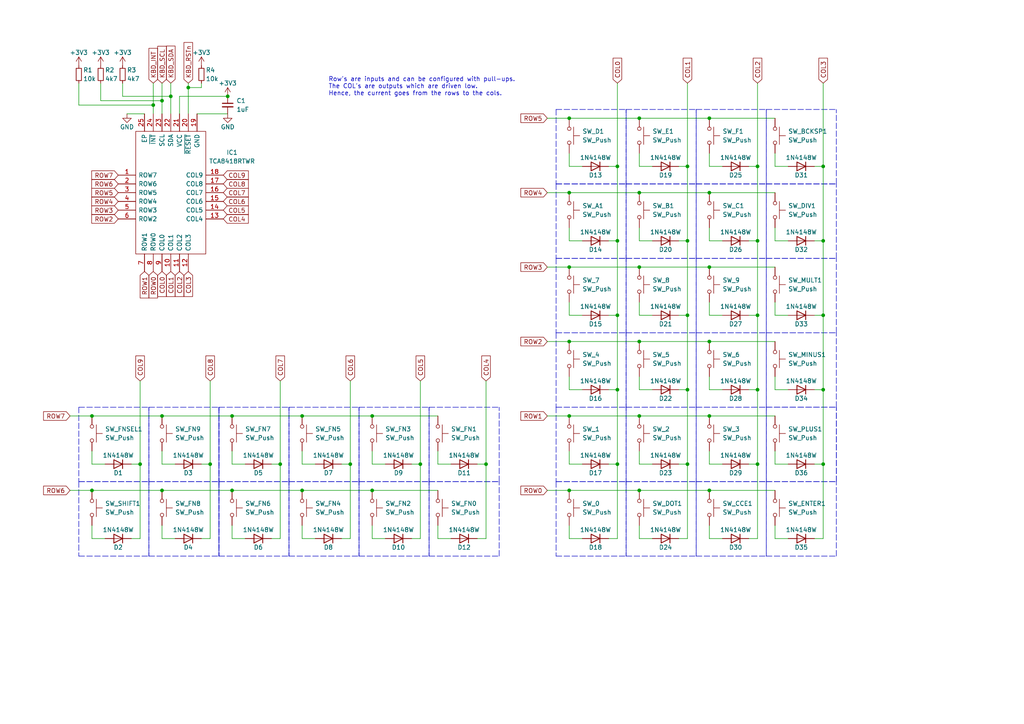
<source format=kicad_sch>
(kicad_sch (version 20211123) (generator eeschema)
  (paper "A4")
  (lib_symbols
    (symbol "Device:C_Small" (pin_numbers hide) (pin_names (offset 0.254) hide)
      (property "Reference" "C" (at 0.254 1.778 0))
      (property "Value" "C_Small" (at 0.254 -2.032 0))
      (symbol "C_Small_1_1"
        (pin passive line (at 0 2.54 270) (length 2.032) (name "~") (number "1"))
        (pin passive line (at 0 -2.54 90) (length 2.032) (name "~") (number "2"))
      )
    )
    (symbol "Device:R_Small" (pin_numbers hide) (pin_names (offset 0.254) hide)
      (property "Reference" "R" (at 0.762 0.508 0))
      (property "Value" "R_Small" (at 0.762 -1.016 0))
      (symbol "R_Small_1_1"
        (pin passive line (at 0 2.54 270) (length 0.762) (name "~") (number "1"))
        (pin passive line (at 0 -2.54 90) (length 0.762) (name "~") (number "2"))
      )
    )
    (symbol "Diode:1N4148W" (pin_numbers hide) (pin_names (offset 1.016) hide)
      (property "Reference" "D" (at 0 2.54 0))
      (property "Value" "1N4148W" (at 0 -2.54 0))
      (symbol "1N4148W_1_1"
        (pin passive line (at -3.81 0 0) (length 2.54) (name "K") (number "1"))
        (pin passive line (at 3.81 0 180) (length 2.54) (name "A") (number "2"))
      )
    )
    (symbol "SamacSys_Parts:TCA8418RTWR" (pin_names (offset 0.762))
      (property "Reference" "IC" (at 26.67 17.78 0))
      (property "Value" "TCA8418RTWR" (at 26.67 15.24 0))
      (symbol "TCA8418RTWR_0_0"
        (pin passive line (at 0 0 0) (length 5.08) (name "ROW7") (number "1"))
        (pin passive line (at 15.24 -27.94 90) (length 5.08) (name "COL1") (number "10"))
        (pin passive line (at 17.78 -27.94 90) (length 5.08) (name "COL2") (number "11"))
        (pin passive line (at 20.32 -27.94 90) (length 5.08) (name "COL3") (number "12"))
        (pin passive line (at 30.48 -12.7 180) (length 5.08) (name "COL4") (number "13"))
        (pin passive line (at 30.48 -10.16 180) (length 5.08) (name "COL5") (number "14"))
        (pin passive line (at 30.48 -7.62 180) (length 5.08) (name "COL6") (number "15"))
        (pin passive line (at 30.48 -5.08 180) (length 5.08) (name "COL7") (number "16"))
        (pin passive line (at 30.48 -2.54 180) (length 5.08) (name "COL8") (number "17"))
        (pin passive line (at 30.48 0 180) (length 5.08) (name "COL9") (number "18"))
        (pin passive line (at 22.86 17.78 270) (length 5.08) (name "GND") (number "19"))
        (pin passive line (at 0 -2.54 0) (length 5.08) (name "ROW6") (number "2"))
        (pin passive line (at 20.32 17.78 270) (length 5.08) (name "~{RESET}") (number "20"))
        (pin passive line (at 17.78 17.78 270) (length 5.08) (name "VCC") (number "21"))
        (pin passive line (at 15.24 17.78 270) (length 5.08) (name "SDA") (number "22"))
        (pin passive line (at 12.7 17.78 270) (length 5.08) (name "SCL") (number "23"))
        (pin passive line (at 10.16 17.78 270) (length 5.08) (name "~{INT}") (number "24"))
        (pin passive line (at 7.62 17.78 270) (length 5.08) (name "EP") (number "25"))
        (pin passive line (at 0 -5.08 0) (length 5.08) (name "ROW5") (number "3"))
        (pin passive line (at 0 -7.62 0) (length 5.08) (name "ROW4") (number "4"))
        (pin passive line (at 0 -10.16 0) (length 5.08) (name "ROW3") (number "5"))
        (pin passive line (at 0 -12.7 0) (length 5.08) (name "ROW2") (number "6"))
        (pin passive line (at 7.62 -27.94 90) (length 5.08) (name "ROW1") (number "7"))
        (pin passive line (at 10.16 -27.94 90) (length 5.08) (name "ROW0") (number "8"))
        (pin passive line (at 12.7 -27.94 90) (length 5.08) (name "COL0") (number "9"))
      )
    )
    (symbol "Switch:SW_Push" (pin_numbers hide) (pin_names (offset 1.016) hide)
      (property "Reference" "SW" (at 1.27 2.54 0))
      (property "Value" "SW_Push" (at 0 -1.524 0))
      (symbol "SW_Push_0_1"
        (pin passive line (at -5.08 0 0) (length 2.54) (name "1") (number "1"))
        (pin passive line (at 5.08 0 180) (length 2.54) (name "2") (number "2"))
      )
    )
    (symbol "power:+3V3" (power) (pin_names (offset 0))
      (property "Value" "+3V3" (at 0 3.556 0))
      (symbol "+3V3_1_1"
        (pin power_in line (at 0 0 90) (length 0) hide (name "+3V3") (number "1"))
      )
    )
    (symbol "power:GND" (power) (pin_names (offset 0))
      (property "Value" "GND" (at 0 -3.81 0))
      (symbol "GND_1_1"
        (pin power_in line (at 0 0 270) (length 0) hide (name "GND") (number "1"))
      )
    )
  )
  (junction (at 67.31 142.24))
  (junction (at 219.71 69.85))
  (junction (at 205.74 99.06))
  (junction (at 179.07 113.03))
  (junction (at 199.39 69.85))
  (junction (at 87.63 120.65))
  (junction (at 219.71 91.44))
  (junction (at 165.1 34.29))
  (junction (at 219.71 113.03))
  (junction (at 54.61 25.4))
  (junction (at 165.1 120.65))
  (junction (at 185.42 99.06))
  (junction (at 107.95 120.65))
  (junction (at 185.42 120.65))
  (junction (at 179.07 69.85))
  (junction (at 46.99 142.24))
  (junction (at 238.76 134.62))
  (junction (at 205.74 142.24))
  (junction (at 219.71 134.62))
  (junction (at 60.96 134.62))
  (junction (at 121.92 134.62))
  (junction (at 199.39 91.44))
  (junction (at 205.74 34.29))
  (junction (at 107.95 142.24))
  (junction (at 165.1 77.47))
  (junction (at 179.07 134.62))
  (junction (at 101.6 134.62))
  (junction (at 179.07 48.26))
  (junction (at 44.45 30.48))
  (junction (at 165.1 99.06))
  (junction (at 185.42 142.24))
  (junction (at 238.76 69.85))
  (junction (at 238.76 91.44))
  (junction (at 205.74 120.65))
  (junction (at 185.42 55.88))
  (junction (at 185.42 34.29))
  (junction (at 179.07 91.44))
  (junction (at 26.67 142.24))
  (junction (at 219.71 48.26))
  (junction (at 49.53 27.94))
  (junction (at 140.97 134.62))
  (junction (at 165.1 55.88))
  (junction (at 199.39 48.26))
  (junction (at 46.99 29.21))
  (junction (at 46.99 120.65))
  (junction (at 199.39 113.03))
  (junction (at 205.74 77.47))
  (junction (at 67.31 120.65))
  (junction (at 238.76 48.26))
  (junction (at 66.04 27.94))
  (junction (at 81.28 134.62))
  (junction (at 205.74 55.88))
  (junction (at 40.64 134.62))
  (junction (at 199.39 134.62))
  (junction (at 26.67 120.65))
  (junction (at 87.63 142.24))
  (junction (at 238.76 113.03))
  (junction (at 185.42 77.47))
  (junction (at 165.1 142.24))
  (polyline (pts (xy 63.5 161.29) (xy 63.5 139.7)))
  (wire (pts (xy 168.91 156.21) (xy 165.1 156.21)))
  (polyline (pts (xy 222.25 53.34) (xy 222.25 31.75)))
  (polyline (pts (xy 161.29 74.93) (xy 181.61 74.93)))
  (wire (pts (xy 107.95 134.62) (xy 107.95 130.81)))
  (polyline (pts (xy 83.82 139.7) (xy 104.14 139.7)))
  (wire (pts (xy 196.85 91.44) (xy 199.39 91.44)))
  (wire (pts (xy 238.76 69.85) (xy 238.76 91.44)))
  (wire (pts (xy 44.45 24.13) (xy 44.45 30.48)))
  (wire (pts (xy 165.1 113.03) (xy 165.1 109.22)))
  (polyline (pts (xy 181.61 96.52) (xy 181.61 74.93)))
  (wire (pts (xy 158.75 77.47) (xy 165.1 77.47)))
  (polyline (pts (xy 124.46 161.29) (xy 124.46 139.7)))
  (wire (pts (xy 67.31 142.24) (xy 87.63 142.24)))
  (wire (pts (xy 91.44 156.21) (xy 87.63 156.21)))
  (wire (pts (xy 219.71 91.44) (xy 219.71 113.03)))
  (polyline (pts (xy 104.14 161.29) (xy 124.46 161.29)))
  (wire (pts (xy 99.06 134.62) (xy 101.6 134.62)))
  (polyline (pts (xy 222.25 139.7) (xy 222.25 161.29)))
  (wire (pts (xy 57.15 33.02) (xy 66.04 33.02)))
  (wire (pts (xy 46.99 134.62) (xy 46.99 130.81)))
  (polyline (pts (xy 201.93 31.75) (xy 201.93 53.34)))
  (polyline (pts (xy 43.18 139.7) (xy 43.18 118.11)))
  (polyline (pts (xy 201.93 53.34) (xy 201.93 74.93)))
  (polyline (pts (xy 63.5 139.7) (xy 63.5 161.29)))
  (wire (pts (xy 179.07 48.26) (xy 179.07 69.85)))
  (wire (pts (xy 228.6 156.21) (xy 224.79 156.21)))
  (polyline (pts (xy 161.29 74.93) (xy 181.61 74.93)))
  (polyline (pts (xy 83.82 118.11) (xy 83.82 139.7)))
  (wire (pts (xy 158.75 55.88) (xy 165.1 55.88)))
  (polyline (pts (xy 43.18 161.29) (xy 63.5 161.29)))
  (wire (pts (xy 219.71 134.62) (xy 219.71 156.21)))
  (wire (pts (xy 87.63 142.24) (xy 107.95 142.24)))
  (polyline (pts (xy 161.29 118.11) (xy 161.29 139.7)))
  (polyline (pts (xy 222.25 53.34) (xy 242.57 53.34)))
  (wire (pts (xy 165.1 156.21) (xy 165.1 152.4)))
  (wire (pts (xy 217.17 91.44) (xy 219.71 91.44)))
  (polyline (pts (xy 22.86 139.7) (xy 43.18 139.7)))
  (wire (pts (xy 205.74 99.06) (xy 224.79 99.06)))
  (wire (pts (xy 81.28 156.21) (xy 78.74 156.21)))
  (wire (pts (xy 168.91 134.62) (xy 165.1 134.62)))
  (wire (pts (xy 35.56 27.94) (xy 35.56 24.13)))
  (polyline (pts (xy 124.46 118.11) (xy 144.78 118.11)))
  (wire (pts (xy 228.6 69.85) (xy 224.79 69.85)))
  (polyline (pts (xy 83.82 139.7) (xy 83.82 161.29)))
  (polyline (pts (xy 181.61 139.7) (xy 201.93 139.7)))
  (polyline (pts (xy 104.14 139.7) (xy 104.14 161.29)))
  (polyline (pts (xy 181.61 31.75) (xy 181.61 53.34)))
  (wire (pts (xy 140.97 110.49) (xy 140.97 134.62)))
  (wire (pts (xy 111.76 134.62) (xy 107.95 134.62)))
  (wire (pts (xy 228.6 134.62) (xy 224.79 134.62)))
  (polyline (pts (xy 63.5 139.7) (xy 63.5 118.11)))
  (wire (pts (xy 46.99 24.13) (xy 46.99 29.21)))
  (wire (pts (xy 196.85 48.26) (xy 199.39 48.26)))
  (wire (pts (xy 205.74 55.88) (xy 224.79 55.88)))
  (wire (pts (xy 238.76 134.62) (xy 238.76 156.21)))
  (wire (pts (xy 179.07 69.85) (xy 176.53 69.85)))
  (wire (pts (xy 165.1 77.47) (xy 185.42 77.47)))
  (wire (pts (xy 165.1 69.85) (xy 165.1 66.04)))
  (wire (pts (xy 217.17 113.03) (xy 219.71 113.03)))
  (wire (pts (xy 185.42 91.44) (xy 185.42 87.63)))
  (wire (pts (xy 217.17 69.85) (xy 219.71 69.85)))
  (polyline (pts (xy 181.61 53.34) (xy 181.61 31.75)))
  (polyline (pts (xy 201.93 139.7) (xy 201.93 118.11)))
  (wire (pts (xy 127 134.62) (xy 127 130.81)))
  (wire (pts (xy 179.07 69.85) (xy 179.07 91.44)))
  (polyline (pts (xy 104.14 118.11) (xy 104.14 139.7)))
  (wire (pts (xy 66.04 27.94) (xy 52.07 27.94)))
  (polyline (pts (xy 181.61 118.11) (xy 181.61 96.52)))
  (polyline (pts (xy 161.29 31.75) (xy 161.29 53.34)))
  (wire (pts (xy 40.64 134.62) (xy 38.1 134.62)))
  (wire (pts (xy 205.74 156.21) (xy 205.74 152.4)))
  (polyline (pts (xy 124.46 139.7) (xy 124.46 118.11)))
  (polyline (pts (xy 22.86 118.11) (xy 43.18 118.11)))
  (wire (pts (xy 185.42 156.21) (xy 185.42 152.4)))
  (polyline (pts (xy 83.82 161.29) (xy 104.14 161.29)))
  (wire (pts (xy 205.74 134.62) (xy 205.74 130.81)))
  (wire (pts (xy 40.64 156.21) (xy 38.1 156.21)))
  (wire (pts (xy 179.07 113.03) (xy 176.53 113.03)))
  (polyline (pts (xy 222.25 74.93) (xy 222.25 53.34)))
  (polyline (pts (xy 222.25 74.93) (xy 242.57 74.93)))
  (wire (pts (xy 30.48 156.21) (xy 26.67 156.21)))
  (wire (pts (xy 224.79 69.85) (xy 224.79 66.04)))
  (polyline (pts (xy 222.25 118.11) (xy 222.25 139.7)))
  (polyline (pts (xy 124.46 139.7) (xy 144.78 139.7)))
  (wire (pts (xy 81.28 134.62) (xy 78.74 134.62)))
  (polyline (pts (xy 222.25 118.11) (xy 242.57 118.11)))
  (wire (pts (xy 67.31 120.65) (xy 87.63 120.65)))
  (wire (pts (xy 158.75 34.29) (xy 165.1 34.29)))
  (wire (pts (xy 119.38 156.21) (xy 121.92 156.21)))
  (polyline (pts (xy 63.5 139.7) (xy 83.82 139.7)))
  (polyline (pts (xy 83.82 118.11) (xy 104.14 118.11)))
  (polyline (pts (xy 63.5 118.11) (xy 83.82 118.11)))
  (wire (pts (xy 236.22 91.44) (xy 238.76 91.44)))
  (wire (pts (xy 185.42 77.47) (xy 205.74 77.47)))
  (wire (pts (xy 179.07 91.44) (xy 179.07 113.03)))
  (wire (pts (xy 179.07 134.62) (xy 179.07 156.21)))
  (polyline (pts (xy 242.57 139.7) (xy 242.57 118.11)))
  (wire (pts (xy 30.48 134.62) (xy 26.67 134.62)))
  (wire (pts (xy 58.42 134.62) (xy 60.96 134.62)))
  (wire (pts (xy 185.42 48.26) (xy 185.42 44.45)))
  (wire (pts (xy 26.67 156.21) (xy 26.67 152.4)))
  (wire (pts (xy 99.06 156.21) (xy 101.6 156.21)))
  (wire (pts (xy 205.74 142.24) (xy 224.79 142.24)))
  (polyline (pts (xy 124.46 139.7) (xy 144.78 139.7)))
  (wire (pts (xy 199.39 69.85) (xy 199.39 91.44)))
  (polyline (pts (xy 242.57 53.34) (xy 242.57 31.75)))
  (polyline (pts (xy 83.82 161.29) (xy 83.82 139.7)))
  (polyline (pts (xy 222.25 74.93) (xy 242.57 74.93)))
  (wire (pts (xy 238.76 24.13) (xy 238.76 48.26)))
  (wire (pts (xy 209.55 69.85) (xy 205.74 69.85)))
  (polyline (pts (xy 181.61 118.11) (xy 201.93 118.11)))
  (polyline (pts (xy 22.86 118.11) (xy 22.86 139.7)))
  (wire (pts (xy 179.07 156.21) (xy 176.53 156.21)))
  (polyline (pts (xy 181.61 161.29) (xy 181.61 139.7)))
  (wire (pts (xy 217.17 134.62) (xy 219.71 134.62)))
  (polyline (pts (xy 83.82 139.7) (xy 104.14 139.7)))
  (polyline (pts (xy 22.86 139.7) (xy 22.86 161.29)))
  (wire (pts (xy 54.61 25.4) (xy 54.61 33.02)))
  (wire (pts (xy 196.85 113.03) (xy 199.39 113.03)))
  (wire (pts (xy 189.23 48.26) (xy 185.42 48.26)))
  (wire (pts (xy 209.55 156.21) (xy 205.74 156.21)))
  (wire (pts (xy 165.1 48.26) (xy 165.1 44.45)))
  (wire (pts (xy 165.1 134.62) (xy 165.1 130.81)))
  (polyline (pts (xy 181.61 96.52) (xy 201.93 96.52)))
  (wire (pts (xy 20.32 142.24) (xy 26.67 142.24)))
  (wire (pts (xy 236.22 48.26) (xy 238.76 48.26)))
  (polyline (pts (xy 181.61 139.7) (xy 181.61 161.29)))
  (polyline (pts (xy 63.5 161.29) (xy 83.82 161.29)))
  (wire (pts (xy 46.99 156.21) (xy 46.99 152.4)))
  (wire (pts (xy 40.64 134.62) (xy 40.64 156.21)))
  (wire (pts (xy 205.74 77.47) (xy 224.79 77.47)))
  (wire (pts (xy 158.75 99.06) (xy 165.1 99.06)))
  (polyline (pts (xy 201.93 139.7) (xy 222.25 139.7)))
  (polyline (pts (xy 43.18 118.11) (xy 63.5 118.11)))
  (polyline (pts (xy 181.61 118.11) (xy 201.93 118.11)))
  (wire (pts (xy 189.23 91.44) (xy 185.42 91.44)))
  (polyline (pts (xy 201.93 74.93) (xy 222.25 74.93)))
  (wire (pts (xy 217.17 48.26) (xy 219.71 48.26)))
  (wire (pts (xy 199.39 24.13) (xy 199.39 48.26)))
  (wire (pts (xy 67.31 156.21) (xy 67.31 152.4)))
  (polyline (pts (xy 161.29 96.52) (xy 161.29 118.11)))
  (wire (pts (xy 165.1 91.44) (xy 165.1 87.63)))
  (wire (pts (xy 121.92 134.62) (xy 121.92 156.21)))
  (polyline (pts (xy 222.25 96.52) (xy 222.25 74.93)))
  (polyline (pts (xy 181.61 53.34) (xy 201.93 53.34)))
  (polyline (pts (xy 222.25 118.11) (xy 242.57 118.11)))
  (wire (pts (xy 205.74 48.26) (xy 205.74 44.45)))
  (polyline (pts (xy 181.61 139.7) (xy 181.61 118.11)))
  (wire (pts (xy 130.81 134.62) (xy 127 134.62)))
  (wire (pts (xy 54.61 25.4) (xy 58.42 25.4)))
  (polyline (pts (xy 222.25 139.7) (xy 242.57 139.7)))
  (wire (pts (xy 205.74 120.65) (xy 224.79 120.65)))
  (polyline (pts (xy 161.29 53.34) (xy 181.61 53.34)))
  (wire (pts (xy 185.42 142.24) (xy 205.74 142.24)))
  (polyline (pts (xy 201.93 96.52) (xy 201.93 118.11)))
  (wire (pts (xy 49.53 27.94) (xy 49.53 33.02)))
  (wire (pts (xy 209.55 134.62) (xy 205.74 134.62)))
  (wire (pts (xy 224.79 48.26) (xy 224.79 44.45)))
  (polyline (pts (xy 222.25 53.34) (xy 222.25 74.93)))
  (polyline (pts (xy 201.93 53.34) (xy 201.93 31.75)))
  (wire (pts (xy 158.75 120.65) (xy 165.1 120.65)))
  (wire (pts (xy 196.85 156.21) (xy 199.39 156.21)))
  (polyline (pts (xy 181.61 96.52) (xy 201.93 96.52)))
  (wire (pts (xy 22.86 30.48) (xy 22.86 24.13)))
  (polyline (pts (xy 181.61 74.93) (xy 181.61 96.52)))
  (wire (pts (xy 165.1 142.24) (xy 185.42 142.24)))
  (wire (pts (xy 26.67 142.24) (xy 46.99 142.24)))
  (wire (pts (xy 224.79 91.44) (xy 224.79 87.63)))
  (wire (pts (xy 189.23 134.62) (xy 185.42 134.62)))
  (wire (pts (xy 165.1 99.06) (xy 185.42 99.06)))
  (polyline (pts (xy 43.18 118.11) (xy 43.18 139.7)))
  (polyline (pts (xy 161.29 53.34) (xy 181.61 53.34)))
  (polyline (pts (xy 161.29 31.75) (xy 181.61 31.75)))
  (wire (pts (xy 179.07 48.26) (xy 176.53 48.26)))
  (polyline (pts (xy 161.29 96.52) (xy 181.61 96.52)))
  (wire (pts (xy 185.42 99.06) (xy 205.74 99.06)))
  (polyline (pts (xy 222.25 96.52) (xy 242.57 96.52)))
  (polyline (pts (xy 201.93 161.29) (xy 222.25 161.29)))
  (wire (pts (xy 60.96 134.62) (xy 60.96 156.21)))
  (wire (pts (xy 199.39 134.62) (xy 199.39 156.21)))
  (wire (pts (xy 71.12 134.62) (xy 67.31 134.62)))
  (polyline (pts (xy 63.5 118.11) (xy 63.5 139.7)))
  (polyline (pts (xy 104.14 118.11) (xy 124.46 118.11)))
  (wire (pts (xy 91.44 134.62) (xy 87.63 134.62)))
  (polyline (pts (xy 104.14 139.7) (xy 124.46 139.7)))
  (wire (pts (xy 199.39 113.03) (xy 199.39 134.62)))
  (wire (pts (xy 101.6 110.49) (xy 101.6 134.62)))
  (wire (pts (xy 107.95 156.21) (xy 107.95 152.4)))
  (polyline (pts (xy 181.61 74.93) (xy 201.93 74.93)))
  (polyline (pts (xy 181.61 139.7) (xy 201.93 139.7)))
  (wire (pts (xy 224.79 134.62) (xy 224.79 130.81)))
  (wire (pts (xy 185.42 113.03) (xy 185.42 109.22)))
  (wire (pts (xy 219.71 69.85) (xy 219.71 91.44)))
  (wire (pts (xy 87.63 156.21) (xy 87.63 152.4)))
  (wire (pts (xy 81.28 110.49) (xy 81.28 134.62)))
  (wire (pts (xy 58.42 25.4) (xy 58.42 24.13)))
  (wire (pts (xy 107.95 120.65) (xy 127 120.65)))
  (polyline (pts (xy 43.18 139.7) (xy 63.5 139.7)))
  (wire (pts (xy 185.42 55.88) (xy 205.74 55.88)))
  (wire (pts (xy 127 156.21) (xy 127 152.4)))
  (polyline (pts (xy 201.93 74.93) (xy 222.25 74.93)))
  (polyline (pts (xy 161.29 53.34) (xy 161.29 74.93)))
  (polyline (pts (xy 222.25 161.29) (xy 242.57 161.29)))
  (wire (pts (xy 130.81 156.21) (xy 127 156.21)))
  (wire (pts (xy 58.42 156.21) (xy 60.96 156.21)))
  (wire (pts (xy 179.07 24.13) (xy 179.07 48.26)))
  (polyline (pts (xy 201.93 161.29) (xy 201.93 139.7)))
  (wire (pts (xy 168.91 113.03) (xy 165.1 113.03)))
  (wire (pts (xy 44.45 30.48) (xy 44.45 33.02)))
  (wire (pts (xy 138.43 156.21) (xy 140.97 156.21)))
  (wire (pts (xy 121.92 110.49) (xy 121.92 134.62)))
  (wire (pts (xy 219.71 113.03) (xy 219.71 134.62)))
  (polyline (pts (xy 201.93 96.52) (xy 201.93 74.93)))
  (wire (pts (xy 46.99 120.65) (xy 67.31 120.65)))
  (wire (pts (xy 140.97 134.62) (xy 140.97 156.21)))
  (wire (pts (xy 49.53 27.94) (xy 35.56 27.94)))
  (wire (pts (xy 52.07 27.94) (xy 52.07 33.02)))
  (polyline (pts (xy 201.93 118.11) (xy 201.93 96.52)))
  (polyline (pts (xy 104.14 139.7) (xy 124.46 139.7)))
  (wire (pts (xy 165.1 55.88) (xy 185.42 55.88)))
  (polyline (pts (xy 222.25 31.75) (xy 222.25 53.34)))
  (wire (pts (xy 228.6 113.03) (xy 224.79 113.03)))
  (wire (pts (xy 179.07 134.62) (xy 176.53 134.62)))
  (wire (pts (xy 238.76 113.03) (xy 238.76 134.62)))
  (wire (pts (xy 209.55 48.26) (xy 205.74 48.26)))
  (wire (pts (xy 185.42 69.85) (xy 185.42 66.04)))
  (wire (pts (xy 219.71 24.13) (xy 219.71 48.26)))
  (polyline (pts (xy 63.5 139.7) (xy 83.82 139.7)))
  (wire (pts (xy 168.91 48.26) (xy 165.1 48.26)))
  (wire (pts (xy 36.83 33.02) (xy 41.91 33.02)))
  (polyline (pts (xy 242.57 96.52) (xy 242.57 74.93)))
  (polyline (pts (xy 222.25 118.11) (xy 222.25 96.52)))
  (polyline (pts (xy 83.82 139.7) (xy 83.82 118.11)))
  (wire (pts (xy 205.74 34.29) (xy 224.79 34.29)))
  (wire (pts (xy 165.1 120.65) (xy 185.42 120.65)))
  (wire (pts (xy 196.85 134.62) (xy 199.39 134.62)))
  (wire (pts (xy 209.55 113.03) (xy 205.74 113.03)))
  (polyline (pts (xy 242.57 118.11) (xy 242.57 96.52)))
  (polyline (pts (xy 161.29 118.11) (xy 181.61 118.11)))
  (polyline (pts (xy 201.93 53.34) (xy 222.25 53.34)))
  (polyline (pts (xy 222.25 74.93) (xy 222.25 96.52)))
  (wire (pts (xy 189.23 113.03) (xy 185.42 113.03)))
  (wire (pts (xy 165.1 34.29) (xy 185.42 34.29)))
  (wire (pts (xy 54.61 24.13) (xy 54.61 25.4)))
  (wire (pts (xy 205.74 69.85) (xy 205.74 66.04)))
  (polyline (pts (xy 201.93 139.7) (xy 222.25 139.7)))
  (wire (pts (xy 228.6 91.44) (xy 224.79 91.44)))
  (polyline (pts (xy 43.18 161.29) (xy 43.18 139.7)))
  (polyline (pts (xy 222.25 139.7) (xy 242.57 139.7)))
  (polyline (pts (xy 201.93 118.11) (xy 201.93 139.7)))
  (wire (pts (xy 168.91 91.44) (xy 165.1 91.44)))
  (wire (pts (xy 20.32 120.65) (xy 26.67 120.65)))
  (wire (pts (xy 46.99 29.21) (xy 29.21 29.21)))
  (polyline (pts (xy 124.46 139.7) (xy 124.46 161.29)))
  (wire (pts (xy 46.99 29.21) (xy 46.99 33.02)))
  (wire (pts (xy 236.22 156.21) (xy 238.76 156.21)))
  (polyline (pts (xy 201.93 74.93) (xy 201.93 96.52)))
  (wire (pts (xy 199.39 91.44) (xy 199.39 113.03)))
  (polyline (pts (xy 161.29 96.52) (xy 181.61 96.52)))
  (polyline (pts (xy 181.61 118.11) (xy 181.61 139.7)))
  (wire (pts (xy 238.76 48.26) (xy 238.76 69.85)))
  (polyline (pts (xy 201.93 74.93) (xy 201.93 53.34)))
  (wire (pts (xy 236.22 69.85) (xy 238.76 69.85)))
  (wire (pts (xy 44.45 30.48) (xy 22.86 30.48)))
  (wire (pts (xy 60.96 110.49) (xy 60.96 134.62)))
  (polyline (pts (xy 222.25 96.52) (xy 222.25 118.11)))
  (wire (pts (xy 107.95 142.24) (xy 127 142.24)))
  (polyline (pts (xy 22.86 139.7) (xy 43.18 139.7)))
  (wire (pts (xy 87.63 134.62) (xy 87.63 130.81)))
  (polyline (pts (xy 161.29 161.29) (xy 181.61 161.29)))
  (polyline (pts (xy 201.93 96.52) (xy 222.25 96.52)))
  (polyline (pts (xy 222.25 139.7) (xy 222.25 118.11)))
  (polyline (pts (xy 201.93 31.75) (xy 222.25 31.75)))
  (polyline (pts (xy 242.57 139.7) (xy 242.57 118.11)))
  (polyline (pts (xy 63.5 118.11) (xy 63.5 139.7)))
  (polyline (pts (xy 63.5 139.7) (xy 63.5 161.29)))
  (wire (pts (xy 217.17 156.21) (xy 219.71 156.21)))
  (polyline (pts (xy 222.25 96.52) (xy 242.57 96.52)))
  (polyline (pts (xy 201.93 139.7) (xy 201.93 161.29)))
  (polyline (pts (xy 43.18 139.7) (xy 63.5 139.7)))
  (polyline (pts (xy 161.29 74.93) (xy 161.29 96.52)))
  (wire (pts (xy 168.91 69.85) (xy 165.1 69.85)))
  (polyline (pts (xy 181.61 74.93) (xy 201.93 74.93)))
  (polyline (pts (xy 22.86 161.29) (xy 43.18 161.29)))
  (wire (pts (xy 40.64 110.49) (xy 40.64 134.62)))
  (wire (pts (xy 236.22 113.03) (xy 238.76 113.03)))
  (polyline (pts (xy 222.25 53.34) (xy 242.57 53.34)))
  (wire (pts (xy 185.42 34.29) (xy 205.74 34.29)))
  (wire (pts (xy 50.8 134.62) (xy 46.99 134.62)))
  (polyline (pts (xy 222.25 31.75) (xy 242.57 31.75)))
  (polyline (pts (xy 144.78 161.29) (xy 144.78 139.7)))
  (polyline (pts (xy 161.29 139.7) (xy 161.29 161.29)))
  (polyline (pts (xy 222.25 118.11) (xy 222.25 139.7)))
  (wire (pts (xy 185.42 134.62) (xy 185.42 130.81)))
  (wire (pts (xy 224.79 156.21) (xy 224.79 152.4)))
  (polyline (pts (xy 242.57 74.93) (xy 242.57 53.34)))
  (wire (pts (xy 199.39 48.26) (xy 199.39 69.85)))
  (wire (pts (xy 119.38 134.62) (xy 121.92 134.62)))
  (polyline (pts (xy 201.93 96.52) (xy 222.25 96.52)))
  (wire (pts (xy 205.74 91.44) (xy 205.74 87.63)))
  (polyline (pts (xy 144.78 139.7) (xy 144.78 118.11)))
  (polyline (pts (xy 181.61 53.34) (xy 201.93 53.34)))
  (polyline (pts (xy 201.93 118.11) (xy 222.25 118.11)))
  (wire (pts (xy 49.53 24.13) (xy 49.53 27.94)))
  (wire (pts (xy 71.12 156.21) (xy 67.31 156.21)))
  (wire (pts (xy 185.42 120.65) (xy 205.74 120.65)))
  (polyline (pts (xy 181.61 96.52) (xy 181.61 118.11)))
  (polyline (pts (xy 104.14 161.29) (xy 104.14 139.7)))
  (wire (pts (xy 224.79 113.03) (xy 224.79 109.22)))
  (wire (pts (xy 46.99 142.24) (xy 67.31 142.24)))
  (polyline (pts (xy 161.29 118.11) (xy 181.61 118.11)))
  (polyline (pts (xy 201.93 53.34) (xy 222.25 53.34)))
  (polyline (pts (xy 181.61 74.93) (xy 181.61 53.34)))
  (wire (pts (xy 50.8 156.21) (xy 46.99 156.21)))
  (wire (pts (xy 26.67 120.65) (xy 46.99 120.65)))
  (polyline (pts (xy 161.29 139.7) (xy 181.61 139.7)))
  (polyline (pts (xy 181.61 53.34) (xy 181.61 74.93)))
  (wire (pts (xy 67.31 134.62) (xy 67.31 130.81)))
  (wire (pts (xy 29.21 29.21) (xy 29.21 24.13)))
  (wire (pts (xy 228.6 48.26) (xy 224.79 48.26)))
  (polyline (pts (xy 242.57 161.29) (xy 242.57 139.7)))
  (polyline (pts (xy 161.29 139.7) (xy 181.61 139.7)))
  (wire (pts (xy 179.07 113.03) (xy 179.07 134.62)))
  (wire (pts (xy 238.76 91.44) (xy 238.76 113.03)))
  (polyline (pts (xy 104.14 139.7) (xy 104.14 118.11)))
  (wire (pts (xy 111.76 156.21) (xy 107.95 156.21)))
  (wire (pts (xy 189.23 69.85) (xy 185.42 69.85)))
  (polyline (pts (xy 222.25 161.29) (xy 222.25 139.7)))
  (wire (pts (xy 101.6 134.62) (xy 101.6 156.21)))
  (wire (pts (xy 81.28 134.62) (xy 81.28 156.21)))
  (wire (pts (xy 26.67 134.62) (xy 26.67 130.81)))
  (wire (pts (xy 138.43 134.62) (xy 140.97 134.62)))
  (wire (pts (xy 205.74 113.03) (xy 205.74 109.22)))
  (wire (pts (xy 196.85 69.85) (xy 199.39 69.85)))
  (wire (pts (xy 87.63 120.65) (xy 107.95 120.65)))
  (polyline (pts (xy 222.25 118.11) (xy 242.57 118.11)))
  (polyline (pts (xy 181.61 161.29) (xy 201.93 161.29)))
  (polyline (pts (xy 43.18 139.7) (xy 43.18 161.29)))
  (polyline (pts (xy 222.25 118.11) (xy 242.57 118.11)))
  (wire (pts (xy 236.22 134.62) (xy 238.76 134.62)))
  (wire (pts (xy 209.55 91.44) (xy 205.74 91.44)))
  (polyline (pts (xy 201.93 118.11) (xy 222.25 118.11)))
  (wire (pts (xy 189.23 156.21) (xy 185.42 156.21)))
  (polyline (pts (xy 181.61 31.75) (xy 201.93 31.75)))
  (wire (pts (xy 158.75 142.24) (xy 165.1 142.24)))
  (wire (pts (xy 219.71 48.26) (xy 219.71 69.85)))
  (polyline (pts (xy 124.46 161.29) (xy 144.78 161.29)))
  (wire (pts (xy 179.07 91.44) (xy 176.53 91.44)))
  (polyline (pts (xy 222.25 139.7) (xy 222.25 118.11)))
  (polyline (pts (xy 124.46 118.11) (xy 124.46 139.7)))
  (text "Row's are inputs and can be configured with pull-ups.\nThe COL's are outputs which are driven low. \nHence, the current goes from the rows to the cols. " (at 95.25 27.94 0) (effects (font (size 1.27 1.27)) (justify left bottom)))
  (global_label "COL5" (shape input) (at 121.92 110.49 90) (property "Intersheet References" "${INTERSHEET_REFS}" (effects hide)))
  (global_label "ROW7" (shape input) (at 34.29 50.8 180) (property "Intersheet References" "${INTERSHEET_REFS}" (effects hide)))
  (global_label "COL8" (shape input) (at 60.96 110.49 90) (property "Intersheet References" "${INTERSHEET_REFS}" (effects hide)))
  (global_label "COL3" (shape input) (at 238.76 24.13 90) (property "Intersheet References" "${INTERSHEET_REFS}" (effects hide)))
  (global_label "COL4" (shape input) (at 64.77 63.5 0) (property "Intersheet References" "${INTERSHEET_REFS}" (effects hide)))
  (global_label "ROW0" (shape input) (at 44.45 78.74 270) (property "Intersheet References" "${INTERSHEET_REFS}" (effects hide)))
  (global_label "ROW0" (shape input) (at 158.75 142.24 180) (property "Intersheet References" "${INTERSHEET_REFS}" (effects hide)))
  (global_label "COL0" (shape input) (at 46.99 78.74 270) (property "Intersheet References" "${INTERSHEET_REFS}" (effects hide)))
  (global_label "COL6" (shape input) (at 101.6 110.49 90) (property "Intersheet References" "${INTERSHEET_REFS}" (effects hide)))
  (global_label "COL9" (shape input) (at 64.77 50.8 0) (property "Intersheet References" "${INTERSHEET_REFS}" (effects hide)))
  (global_label "COL5" (shape input) (at 64.77 60.96 0) (property "Intersheet References" "${INTERSHEET_REFS}" (effects hide)))
  (global_label "ROW4" (shape input) (at 34.29 58.42 180) (property "Intersheet References" "${INTERSHEET_REFS}" (effects hide)))
  (global_label "COL2" (shape input) (at 52.07 78.74 270) (property "Intersheet References" "${INTERSHEET_REFS}" (effects hide)))
  (global_label "COL2" (shape input) (at 219.71 24.13 90) (property "Intersheet References" "${INTERSHEET_REFS}" (effects hide)))
  (global_label "COL0" (shape input) (at 179.07 24.13 90) (property "Intersheet References" "${INTERSHEET_REFS}" (effects hide)))
  (global_label "COL7" (shape input) (at 81.28 110.49 90) (property "Intersheet References" "${INTERSHEET_REFS}" (effects hide)))
  (global_label "COL4" (shape input) (at 140.97 110.49 90) (property "Intersheet References" "${INTERSHEET_REFS}" (effects hide)))
  (global_label "KBD_RSTn" (shape input) (at 54.61 24.13 90) (property "Intersheet References" "${INTERSHEET_REFS}" (effects hide)))
  (global_label "ROW3" (shape input) (at 34.29 60.96 180) (property "Intersheet References" "${INTERSHEET_REFS}" (effects hide)))
  (global_label "COL8" (shape input) (at 64.77 53.34 0) (property "Intersheet References" "${INTERSHEET_REFS}" (effects hide)))
  (global_label "ROW5" (shape input) (at 158.75 34.29 180) (property "Intersheet References" "${INTERSHEET_REFS}" (effects hide)))
  (global_label "COL7" (shape input) (at 64.77 55.88 0) (property "Intersheet References" "${INTERSHEET_REFS}" (effects hide)))
  (global_label "COL6" (shape input) (at 64.77 58.42 0) (property "Intersheet References" "${INTERSHEET_REFS}" (effects hide)))
  (global_label "ROW7" (shape input) (at 20.32 120.65 180) (property "Intersheet References" "${INTERSHEET_REFS}" (effects hide)))
  (global_label "KBD_INT" (shape input) (at 44.45 24.13 90) (property "Intersheet References" "${INTERSHEET_REFS}" (effects hide)))
  (global_label "ROW1" (shape input) (at 41.91 78.74 270) (property "Intersheet References" "${INTERSHEET_REFS}" (effects hide)))
  (global_label "ROW5" (shape input) (at 34.29 55.88 180) (property "Intersheet References" "${INTERSHEET_REFS}" (effects hide)))
  (global_label "KBD_SCL" (shape input) (at 46.99 24.13 90) (property "Intersheet References" "${INTERSHEET_REFS}" (effects hide)))
  (global_label "ROW6" (shape input) (at 20.32 142.24 180) (property "Intersheet References" "${INTERSHEET_REFS}" (effects hide)))
  (global_label "ROW2" (shape input) (at 34.29 63.5 180) (property "Intersheet References" "${INTERSHEET_REFS}" (effects hide)))
  (global_label "ROW1" (shape input) (at 158.75 120.65 180) (property "Intersheet References" "${INTERSHEET_REFS}" (effects hide)))
  (global_label "COL1" (shape input) (at 199.39 24.13 90) (property "Intersheet References" "${INTERSHEET_REFS}" (effects hide)))
  (global_label "ROW6" (shape input) (at 34.29 53.34 180) (property "Intersheet References" "${INTERSHEET_REFS}" (effects hide)))
  (global_label "ROW3" (shape input) (at 158.75 77.47 180) (property "Intersheet References" "${INTERSHEET_REFS}" (effects hide)))
  (global_label "ROW4" (shape input) (at 158.75 55.88 180) (property "Intersheet References" "${INTERSHEET_REFS}" (effects hide)))
  (global_label "ROW2" (shape input) (at 158.75 99.06 180) (property "Intersheet References" "${INTERSHEET_REFS}" (effects hide)))
  (global_label "COL1" (shape input) (at 49.53 78.74 270) (property "Intersheet References" "${INTERSHEET_REFS}" (effects hide)))
  (global_label "COL3" (shape input) (at 54.61 78.74 270) (property "Intersheet References" "${INTERSHEET_REFS}" (effects hide)))
  (global_label "KBD_SDA" (shape input) (at 49.53 24.13 90) (property "Intersheet References" "${INTERSHEET_REFS}" (effects hide)))
  (global_label "COL9" (shape input) (at 40.64 110.49 90) (property "Intersheet References" "${INTERSHEET_REFS}" (effects hide)))
  (symbol (lib_id "Diode:1N4148W") (at 213.36 91.44 180) (unit 1)
    (property "Reference" "D27" (at 213.36 93.98 0))
    (property "Value" "1N4148W" (at 213.36 88.9 0))
    (property "Footprint" "Diode_SMD:D_SOD-123" (effects hide))
    (property "Datasheet" "https://www.vishay.com/docs/85748/1n4148w.pdf" (effects hide))
  )
  (symbol (lib_id "Diode:1N4148W") (at 95.25 134.62 180) (unit 1)
    (property "Reference" "D7" (at 95.25 137.16 0))
    (property "Value" "1N4148W" (at 95.25 132.08 0))
    (property "Footprint" "Diode_SMD:D_SOD-123" (effects hide))
    (property "Datasheet" "https://www.vishay.com/docs/85748/1n4148w.pdf" (effects hide))
  )
  (symbol (lib_id "Switch:SW_Push") (at 224.79 60.96 270) (unit 1)
    (property "Reference" "SW_DIV1" (at 228.6 59.6899 90) (effects (justify left)))
    (property "Value" "SW_Push" (at 228.6 62.2299 90) (effects (justify left)))
    (property "Footprint" "kailh_choc_keys:Kailh_socket_PG1350" (effects hide))
  )
  (symbol (lib_id "Diode:1N4148W") (at 34.29 156.21 180) (unit 1)
    (property "Reference" "D2" (at 34.29 158.75 0))
    (property "Value" "1N4148W" (at 34.29 153.67 0))
    (property "Footprint" "Diode_SMD:D_SOD-123" (effects hide))
    (property "Datasheet" "https://www.vishay.com/docs/85748/1n4148w.pdf" (effects hide))
  )
  (symbol (lib_id "Diode:1N4148W") (at 213.36 113.03 180) (unit 1)
    (property "Reference" "D28" (at 213.36 115.57 0))
    (property "Value" "1N4148W" (at 213.36 110.49 0))
    (property "Footprint" "Diode_SMD:D_SOD-123" (effects hide))
    (property "Datasheet" "https://www.vishay.com/docs/85748/1n4148w.pdf" (effects hide))
  )
  (symbol (lib_id "Diode:1N4148W") (at 172.72 69.85 180) (unit 1)
    (property "Reference" "D14" (at 172.72 72.39 0))
    (property "Value" "1N4148W" (at 172.72 67.31 0))
    (property "Footprint" "Diode_SMD:D_SOD-123" (effects hide))
    (property "Datasheet" "https://www.vishay.com/docs/85748/1n4148w.pdf" (effects hide))
  )
  (symbol (lib_id "Diode:1N4148W") (at 193.04 69.85 180) (unit 1)
    (property "Reference" "D20" (at 193.04 72.39 0))
    (property "Value" "1N4148W" (at 193.04 67.31 0))
    (property "Footprint" "Diode_SMD:D_SOD-123" (effects hide))
    (property "Datasheet" "https://www.vishay.com/docs/85748/1n4148w.pdf" (effects hide))
  )
  (symbol (lib_id "Switch:SW_Push") (at 165.1 125.73 270) (unit 1)
    (property "Reference" "SW_1" (at 168.91 124.4599 90) (effects (justify left)))
    (property "Value" "SW_Push" (at 168.91 126.9999 90) (effects (justify left)))
    (property "Footprint" "kailh_choc_keys:Kailh_socket_PG1350" (effects hide))
  )
  (symbol (lib_id "Switch:SW_Push") (at 127 147.32 270) (unit 1)
    (property "Reference" "SW_FN0" (at 130.81 146.0499 90) (effects (justify left)))
    (property "Value" "SW_Push" (at 130.81 148.5899 90) (effects (justify left)))
    (property "Footprint" "kailh_choc_keys:Kailh_socket_PG1350" (effects hide))
  )
  (symbol (lib_id "Diode:1N4148W") (at 172.72 91.44 180) (unit 1)
    (property "Reference" "D15" (at 172.72 93.98 0))
    (property "Value" "1N4148W" (at 172.72 88.9 0))
    (property "Footprint" "Diode_SMD:D_SOD-123" (effects hide))
    (property "Datasheet" "https://www.vishay.com/docs/85748/1n4148w.pdf" (effects hide))
  )
  (symbol (lib_id "Switch:SW_Push") (at 205.74 82.55 270) (unit 1)
    (property "Reference" "SW_9" (at 209.55 81.2799 90) (effects (justify left)))
    (property "Value" "SW_Push" (at 209.55 83.8199 90) (effects (justify left)))
    (property "Footprint" "kailh_choc_keys:Kailh_socket_PG1350" (effects hide))
  )
  (symbol (lib_id "Switch:SW_Push") (at 26.67 147.32 270) (unit 1)
    (property "Reference" "SW_SHIFT1" (at 30.48 146.0499 90) (effects (justify left)))
    (property "Value" "SW_Push" (at 30.48 148.5899 90) (effects (justify left)))
    (property "Footprint" "kailh_choc_keys:Kailh_socket_PG1350" (effects hide))
  )
  (symbol (lib_id "Switch:SW_Push") (at 185.42 82.55 270) (unit 1)
    (property "Reference" "SW_8" (at 189.23 81.2799 90) (effects (justify left)))
    (property "Value" "SW_Push" (at 189.23 83.8199 90) (effects (justify left)))
    (property "Footprint" "kailh_choc_keys:Kailh_socket_PG1350" (effects hide))
  )
  (symbol (lib_id "power:+3V3") (at 58.42 19.05 0) (unit 1)
    (property "Reference" "#PWR0103" (effects hide))
    (property "Value" "+3V3" (at 58.42 15.24 0))
  )
  (symbol (lib_id "Switch:SW_Push") (at 224.79 39.37 270) (unit 1)
    (property "Reference" "SW_BCKSP1" (at 228.6 38.0999 90) (effects (justify left)))
    (property "Value" "SW_Push" (at 228.6 40.6399 90) (effects (justify left)))
    (property "Footprint" "kailh_choc_keys:Kailh_socket_PG1350" (effects hide))
  )
  (symbol (lib_id "Diode:1N4148W") (at 74.93 134.62 180) (unit 1)
    (property "Reference" "D5" (at 74.93 137.16 0))
    (property "Value" "1N4148W" (at 74.93 132.08 0))
    (property "Footprint" "Diode_SMD:D_SOD-123" (effects hide))
    (property "Datasheet" "https://www.vishay.com/docs/85748/1n4148w.pdf" (effects hide))
  )
  (symbol (lib_id "Diode:1N4148W") (at 193.04 48.26 180) (unit 1)
    (property "Reference" "D19" (at 193.04 50.8 0))
    (property "Value" "1N4148W" (at 193.04 45.72 0))
    (property "Footprint" "Diode_SMD:D_SOD-123" (effects hide))
    (property "Datasheet" "https://www.vishay.com/docs/85748/1n4148w.pdf" (effects hide))
  )
  (symbol (lib_id "Diode:1N4148W") (at 232.41 48.26 180) (unit 1)
    (property "Reference" "D31" (at 232.41 50.8 0))
    (property "Value" "1N4148W" (at 232.41 45.72 0))
    (property "Footprint" "Diode_SMD:D_SOD-123" (effects hide))
    (property "Datasheet" "https://www.vishay.com/docs/85748/1n4148w.pdf" (effects hide))
  )
  (symbol (lib_id "power:+3V3") (at 29.21 19.05 0) (unit 1)
    (property "Reference" "#PWR0107" (effects hide))
    (property "Value" "+3V3" (at 29.21 15.24 0))
  )
  (symbol (lib_id "Diode:1N4148W") (at 193.04 156.21 180) (unit 1)
    (property "Reference" "D24" (at 193.04 158.75 0))
    (property "Value" "1N4148W" (at 193.04 153.67 0))
    (property "Footprint" "Diode_SMD:D_SOD-123" (effects hide))
    (property "Datasheet" "https://www.vishay.com/docs/85748/1n4148w.pdf" (effects hide))
  )
  (symbol (lib_id "Switch:SW_Push") (at 165.1 60.96 270) (unit 1)
    (property "Reference" "SW_A1" (at 168.91 59.6899 90) (effects (justify left)))
    (property "Value" "SW_Push" (at 168.91 62.2299 90) (effects (justify left)))
    (property "Footprint" "kailh_choc_keys:Kailh_socket_PG1350" (effects hide))
  )
  (symbol (lib_id "Switch:SW_Push") (at 165.1 104.14 270) (unit 1)
    (property "Reference" "SW_4" (at 168.91 102.8699 90) (effects (justify left)))
    (property "Value" "SW_Push" (at 168.91 105.4099 90) (effects (justify left)))
    (property "Footprint" "kailh_choc_keys:Kailh_socket_PG1350" (effects hide))
  )
  (symbol (lib_id "Diode:1N4148W") (at 193.04 113.03 180) (unit 1)
    (property "Reference" "D22" (at 193.04 115.57 0))
    (property "Value" "1N4148W" (at 193.04 110.49 0))
    (property "Footprint" "Diode_SMD:D_SOD-123" (effects hide))
    (property "Datasheet" "https://www.vishay.com/docs/85748/1n4148w.pdf" (effects hide))
  )
  (symbol (lib_id "Switch:SW_Push") (at 185.42 125.73 270) (unit 1)
    (property "Reference" "SW_2" (at 189.23 124.4599 90) (effects (justify left)))
    (property "Value" "SW_Push" (at 189.23 126.9999 90) (effects (justify left)))
    (property "Footprint" "kailh_choc_keys:Kailh_socket_PG1350" (effects hide))
  )
  (symbol (lib_id "Switch:SW_Push") (at 87.63 125.73 270) (unit 1)
    (property "Reference" "SW_FN5" (at 91.44 124.4599 90) (effects (justify left)))
    (property "Value" "SW_Push" (at 91.44 126.9999 90) (effects (justify left)))
    (property "Footprint" "kailh_choc_keys:Kailh_socket_PG1350" (effects hide))
  )
  (symbol (lib_id "power:GND") (at 66.04 33.02 0) (unit 1)
    (property "Reference" "#PWR0102" (effects hide))
    (property "Value" "GND" (at 66.04 36.83 0))
  )
  (symbol (lib_id "Device:R_Small") (at 29.21 21.59 0) (unit 1)
    (property "Reference" "R2" (at 30.48 20.32 0) (effects (justify left)))
    (property "Value" "4k7" (at 30.48 22.86 0) (effects (justify left)))
    (property "Footprint" "Resistor_SMD:R_0402_1005Metric" (effects hide))
  )
  (symbol (lib_id "Diode:1N4148W") (at 172.72 156.21 180) (unit 1)
    (property "Reference" "D18" (at 172.72 158.75 0))
    (property "Value" "1N4148W" (at 172.72 153.67 0))
    (property "Footprint" "Diode_SMD:D_SOD-123" (effects hide))
    (property "Datasheet" "https://www.vishay.com/docs/85748/1n4148w.pdf" (effects hide))
  )
  (symbol (lib_id "Diode:1N4148W") (at 193.04 91.44 180) (unit 1)
    (property "Reference" "D21" (at 193.04 93.98 0))
    (property "Value" "1N4148W" (at 193.04 88.9 0))
    (property "Footprint" "Diode_SMD:D_SOD-123" (effects hide))
    (property "Datasheet" "https://www.vishay.com/docs/85748/1n4148w.pdf" (effects hide))
  )
  (symbol (lib_id "Switch:SW_Push") (at 107.95 125.73 270) (unit 1)
    (property "Reference" "SW_FN3" (at 111.76 124.4599 90) (effects (justify left)))
    (property "Value" "SW_Push" (at 111.76 126.9999 90) (effects (justify left)))
    (property "Footprint" "kailh_choc_keys:Kailh_socket_PG1350" (effects hide))
  )
  (symbol (lib_id "Diode:1N4148W") (at 232.41 69.85 180) (unit 1)
    (property "Reference" "D32" (at 232.41 72.39 0))
    (property "Value" "1N4148W" (at 232.41 67.31 0))
    (property "Footprint" "Diode_SMD:D_SOD-123" (effects hide))
    (property "Datasheet" "https://www.vishay.com/docs/85748/1n4148w.pdf" (effects hide))
  )
  (symbol (lib_id "Diode:1N4148W") (at 232.41 91.44 180) (unit 1)
    (property "Reference" "D33" (at 232.41 93.98 0))
    (property "Value" "1N4148W" (at 232.41 88.9 0))
    (property "Footprint" "Diode_SMD:D_SOD-123" (effects hide))
    (property "Datasheet" "https://www.vishay.com/docs/85748/1n4148w.pdf" (effects hide))
  )
  (symbol (lib_id "SamacSys_Parts:TCA8418RTWR") (at 34.29 50.8 0) (unit 1)
    (property "Reference" "IC1" (at 67.31 44.2212 0))
    (property "Value" "TCA8418RTWR" (at 67.31 46.7612 0))
    (property "Footprint" "SamacSys_Parts:QFN50P400X400X80-25N" (effects hide))
    (property "Datasheet" "http://componentsearchengine.com/Datasheets/3/TCA8418RTWR.pdf" (effects hide))
    (property "Description" "I2C Controlled Keypad Scan IC With Integrated ESD Protection" (effects hide))
    (property "Height" "0.8" (effects hide))
    (property "Mouser Part Number" "595-TCA8418RTWR" (effects hide))
    (property "Mouser Price/Stock" "https://www.mouser.co.uk/ProductDetail/Texas-Instruments/TCA8418RTWR?qs=OaSNdy%2FNfznRf6fiHyMJcA%3D%3D" (effects hide))
    (property "Manufacturer_Name" "Texas Instruments" (effects hide))
    (property "Manufacturer_Part_Number" "TCA8418RTWR" (effects hide))
  )
  (symbol (lib_id "Diode:1N4148W") (at 213.36 69.85 180) (unit 1)
    (property "Reference" "D26" (at 213.36 72.39 0))
    (property "Value" "1N4148W" (at 213.36 67.31 0))
    (property "Footprint" "Diode_SMD:D_SOD-123" (effects hide))
    (property "Datasheet" "https://www.vishay.com/docs/85748/1n4148w.pdf" (effects hide))
  )
  (symbol (lib_id "Switch:SW_Push") (at 205.74 125.73 270) (unit 1)
    (property "Reference" "SW_3" (at 209.55 124.4599 90) (effects (justify left)))
    (property "Value" "SW_Push" (at 209.55 126.9999 90) (effects (justify left)))
    (property "Footprint" "kailh_choc_keys:Kailh_socket_PG1350" (effects hide))
  )
  (symbol (lib_id "Switch:SW_Push") (at 224.79 147.32 270) (unit 1)
    (property "Reference" "SW_ENTER1" (at 228.6 146.0499 90) (effects (justify left)))
    (property "Value" "SW_Push" (at 228.6 148.5899 90) (effects (justify left)))
    (property "Footprint" "kailh_choc_keys:Kailh_socket_PG1350" (effects hide))
  )
  (symbol (lib_id "Diode:1N4148W") (at 232.41 156.21 180) (unit 1)
    (property "Reference" "D35" (at 232.41 158.75 0))
    (property "Value" "1N4148W" (at 232.41 153.67 0))
    (property "Footprint" "Diode_SMD:D_SOD-123" (effects hide))
    (property "Datasheet" "https://www.vishay.com/docs/85748/1n4148w.pdf" (effects hide))
  )
  (symbol (lib_id "Device:R_Small") (at 35.56 21.59 0) (unit 1)
    (property "Reference" "R3" (at 36.83 20.32 0) (effects (justify left)))
    (property "Value" "4k7" (at 36.83 22.86 0) (effects (justify left)))
    (property "Footprint" "Resistor_SMD:R_0402_1005Metric" (effects hide))
  )
  (symbol (lib_id "power:+3V3") (at 35.56 19.05 0) (unit 1)
    (property "Reference" "#PWR0104" (effects hide))
    (property "Value" "+3V3" (at 35.56 15.24 0))
  )
  (symbol (lib_id "Diode:1N4148W") (at 232.41 113.03 180) (unit 1)
    (property "Reference" "D34" (at 232.41 115.57 0))
    (property "Value" "1N4148W" (at 232.41 110.49 0))
    (property "Footprint" "Diode_SMD:D_SOD-123" (effects hide))
    (property "Datasheet" "https://www.vishay.com/docs/85748/1n4148w.pdf" (effects hide))
  )
  (symbol (lib_id "Switch:SW_Push") (at 67.31 147.32 270) (unit 1)
    (property "Reference" "SW_FN6" (at 71.12 146.0499 90) (effects (justify left)))
    (property "Value" "SW_Push" (at 71.12 148.5899 90) (effects (justify left)))
    (property "Footprint" "kailh_choc_keys:Kailh_socket_PG1350" (effects hide))
  )
  (symbol (lib_id "Switch:SW_Push") (at 205.74 104.14 270) (unit 1)
    (property "Reference" "SW_6" (at 209.55 102.8699 90) (effects (justify left)))
    (property "Value" "SW_Push" (at 209.55 105.4099 90) (effects (justify left)))
    (property "Footprint" "kailh_choc_keys:Kailh_socket_PG1350" (effects hide))
  )
  (symbol (lib_id "power:+3V3") (at 66.04 27.94 0) (unit 1)
    (property "Reference" "#PWR0105" (effects hide))
    (property "Value" "+3V3" (at 66.04 24.13 0))
  )
  (symbol (lib_id "Device:C_Small") (at 66.04 30.48 0) (unit 1)
    (property "Reference" "C1" (at 68.58 29.2162 0) (effects (justify left)))
    (property "Value" "1uF" (at 68.58 31.7562 0) (effects (justify left)))
    (property "Footprint" "Capacitor_SMD:C_0402_1005Metric" (effects hide))
  )
  (symbol (lib_id "Switch:SW_Push") (at 46.99 125.73 270) (unit 1)
    (property "Reference" "SW_FN9" (at 50.8 124.4599 90) (effects (justify left)))
    (property "Value" "SW_Push" (at 50.8 126.9999 90) (effects (justify left)))
    (property "Footprint" "kailh_choc_keys:Kailh_socket_PG1350" (effects hide))
  )
  (symbol (lib_id "Device:R_Small") (at 22.86 21.59 0) (unit 1)
    (property "Reference" "R1" (at 24.13 20.32 0) (effects (justify left)))
    (property "Value" "10k" (at 24.13 22.86 0) (effects (justify left)))
    (property "Footprint" "Resistor_SMD:R_0402_1005Metric" (effects hide))
  )
  (symbol (lib_id "Switch:SW_Push") (at 205.74 147.32 270) (unit 1)
    (property "Reference" "SW_CCE1" (at 209.55 146.0499 90) (effects (justify left)))
    (property "Value" "SW_Push" (at 209.55 148.5899 90) (effects (justify left)))
    (property "Footprint" "kailh_choc_keys:Kailh_socket_PG1350" (effects hide))
  )
  (symbol (lib_id "Switch:SW_Push") (at 185.42 39.37 270) (unit 1)
    (property "Reference" "SW_E1" (at 189.23 38.0999 90) (effects (justify left)))
    (property "Value" "SW_Push" (at 189.23 40.6399 90) (effects (justify left)))
    (property "Footprint" "kailh_choc_keys:Kailh_socket_PG1350" (effects hide))
  )
  (symbol (lib_id "Diode:1N4148W") (at 213.36 156.21 180) (unit 1)
    (property "Reference" "D30" (at 213.36 158.75 0))
    (property "Value" "1N4148W" (at 213.36 153.67 0))
    (property "Footprint" "Diode_SMD:D_SOD-123" (effects hide))
    (property "Datasheet" "https://www.vishay.com/docs/85748/1n4148w.pdf" (effects hide))
  )
  (symbol (lib_id "Switch:SW_Push") (at 185.42 104.14 270) (unit 1)
    (property "Reference" "SW_5" (at 189.23 102.8699 90) (effects (justify left)))
    (property "Value" "SW_Push" (at 189.23 105.4099 90) (effects (justify left)))
    (property "Footprint" "kailh_choc_keys:Kailh_socket_PG1350" (effects hide))
  )
  (symbol (lib_id "Switch:SW_Push") (at 87.63 147.32 270) (unit 1)
    (property "Reference" "SW_FN4" (at 91.44 146.0499 90) (effects (justify left)))
    (property "Value" "SW_Push" (at 91.44 148.5899 90) (effects (justify left)))
    (property "Footprint" "kailh_choc_keys:Kailh_socket_PG1350" (effects hide))
  )
  (symbol (lib_id "Diode:1N4148W") (at 54.61 156.21 180) (unit 1)
    (property "Reference" "D4" (at 54.61 158.75 0))
    (property "Value" "1N4148W" (at 54.61 153.67 0))
    (property "Footprint" "Diode_SMD:D_SOD-123" (effects hide))
    (property "Datasheet" "https://www.vishay.com/docs/85748/1n4148w.pdf" (effects hide))
  )
  (symbol (lib_id "Diode:1N4148W") (at 193.04 134.62 180) (unit 1)
    (property "Reference" "D23" (at 193.04 137.16 0))
    (property "Value" "1N4148W" (at 193.04 132.08 0))
    (property "Footprint" "Diode_SMD:D_SOD-123" (effects hide))
    (property "Datasheet" "https://www.vishay.com/docs/85748/1n4148w.pdf" (effects hide))
  )
  (symbol (lib_id "Switch:SW_Push") (at 224.79 82.55 270) (unit 1)
    (property "Reference" "SW_MULT1" (at 228.6 81.2799 90) (effects (justify left)))
    (property "Value" "SW_Push" (at 228.6 83.8199 90) (effects (justify left)))
    (property "Footprint" "kailh_choc_keys:Kailh_socket_PG1350" (effects hide))
  )
  (symbol (lib_id "Switch:SW_Push") (at 185.42 147.32 270) (unit 1)
    (property "Reference" "SW_DOT1" (at 189.23 146.0499 90) (effects (justify left)))
    (property "Value" "SW_Push" (at 189.23 148.5899 90) (effects (justify left)))
    (property "Footprint" "kailh_choc_keys:Kailh_socket_PG1350" (effects hide))
  )
  (symbol (lib_id "Diode:1N4148W") (at 172.72 48.26 180) (unit 1)
    (property "Reference" "D13" (at 172.72 50.8 0))
    (property "Value" "1N4148W" (at 172.72 45.72 0))
    (property "Footprint" "Diode_SMD:D_SOD-123" (effects hide))
    (property "Datasheet" "https://www.vishay.com/docs/85748/1n4148w.pdf" (effects hide))
  )
  (symbol (lib_id "Diode:1N4148W") (at 134.62 156.21 180) (unit 1)
    (property "Reference" "D12" (at 134.62 158.75 0))
    (property "Value" "1N4148W" (at 134.62 153.67 0))
    (property "Footprint" "Diode_SMD:D_SOD-123" (effects hide))
    (property "Datasheet" "https://www.vishay.com/docs/85748/1n4148w.pdf" (effects hide))
  )
  (symbol (lib_id "Switch:SW_Push") (at 205.74 60.96 270) (unit 1)
    (property "Reference" "SW_C1" (at 209.55 59.6899 90) (effects (justify left)))
    (property "Value" "SW_Push" (at 209.55 62.2299 90) (effects (justify left)))
    (property "Footprint" "kailh_choc_keys:Kailh_socket_PG1350" (effects hide))
  )
  (symbol (lib_id "Switch:SW_Push") (at 67.31 125.73 270) (unit 1)
    (property "Reference" "SW_FN7" (at 71.12 124.4599 90) (effects (justify left)))
    (property "Value" "SW_Push" (at 71.12 126.9999 90) (effects (justify left)))
    (property "Footprint" "kailh_choc_keys:Kailh_socket_PG1350" (effects hide))
  )
  (symbol (lib_id "Diode:1N4148W") (at 34.29 134.62 180) (unit 1)
    (property "Reference" "D1" (at 34.29 137.16 0))
    (property "Value" "1N4148W" (at 34.29 132.08 0))
    (property "Footprint" "Diode_SMD:D_SOD-123" (effects hide))
    (property "Datasheet" "https://www.vishay.com/docs/85748/1n4148w.pdf" (effects hide))
  )
  (symbol (lib_id "Diode:1N4148W") (at 172.72 113.03 180) (unit 1)
    (property "Reference" "D16" (at 172.72 115.57 0))
    (property "Value" "1N4148W" (at 172.72 110.49 0))
    (property "Footprint" "Diode_SMD:D_SOD-123" (effects hide))
    (property "Datasheet" "https://www.vishay.com/docs/85748/1n4148w.pdf" (effects hide))
  )
  (symbol (lib_id "power:+3V3") (at 22.86 19.05 0) (unit 1)
    (property "Reference" "#PWR0106" (effects hide))
    (property "Value" "+3V3" (at 22.86 15.24 0))
  )
  (symbol (lib_id "Switch:SW_Push") (at 26.67 125.73 270) (unit 1)
    (property "Reference" "SW_FNSEL1" (at 30.48 124.4599 90) (effects (justify left)))
    (property "Value" "SW_Push" (at 30.48 126.9999 90) (effects (justify left)))
    (property "Footprint" "kailh_choc_keys:Kailh_socket_PG1350" (effects hide))
  )
  (symbol (lib_id "Switch:SW_Push") (at 185.42 60.96 270) (unit 1)
    (property "Reference" "SW_B1" (at 189.23 59.6899 90) (effects (justify left)))
    (property "Value" "SW_Push" (at 189.23 62.2299 90) (effects (justify left)))
    (property "Footprint" "kailh_choc_keys:Kailh_socket_PG1350" (effects hide))
  )
  (symbol (lib_id "Diode:1N4148W") (at 115.57 156.21 180) (unit 1)
    (property "Reference" "D10" (at 115.57 158.75 0))
    (property "Value" "1N4148W" (at 115.57 153.67 0))
    (property "Footprint" "Diode_SMD:D_SOD-123" (effects hide))
    (property "Datasheet" "https://www.vishay.com/docs/85748/1n4148w.pdf" (effects hide))
  )
  (symbol (lib_id "Diode:1N4148W") (at 115.57 134.62 180) (unit 1)
    (property "Reference" "D9" (at 115.57 137.16 0))
    (property "Value" "1N4148W" (at 115.57 132.08 0))
    (property "Footprint" "Diode_SMD:D_SOD-123" (effects hide))
    (property "Datasheet" "https://www.vishay.com/docs/85748/1n4148w.pdf" (effects hide))
  )
  (symbol (lib_id "Switch:SW_Push") (at 165.1 39.37 270) (unit 1)
    (property "Reference" "SW_D1" (at 168.91 38.0999 90) (effects (justify left)))
    (property "Value" "SW_Push" (at 168.91 40.6399 90) (effects (justify left)))
    (property "Footprint" "kailh_choc_keys:Kailh_socket_PG1350" (effects hide))
  )
  (symbol (lib_id "Diode:1N4148W") (at 95.25 156.21 180) (unit 1)
    (property "Reference" "D8" (at 95.25 158.75 0))
    (property "Value" "1N4148W" (at 95.25 153.67 0))
    (property "Footprint" "Diode_SMD:D_SOD-123" (effects hide))
    (property "Datasheet" "https://www.vishay.com/docs/85748/1n4148w.pdf" (effects hide))
  )
  (symbol (lib_id "Diode:1N4148W") (at 134.62 134.62 180) (unit 1)
    (property "Reference" "D11" (at 134.62 137.16 0))
    (property "Value" "1N4148W" (at 134.62 132.08 0))
    (property "Footprint" "Diode_SMD:D_SOD-123" (effects hide))
    (property "Datasheet" "https://www.vishay.com/docs/85748/1n4148w.pdf" (effects hide))
  )
  (symbol (lib_id "Device:R_Small") (at 58.42 21.59 0) (unit 1)
    (property "Reference" "R4" (at 59.69 20.32 0) (effects (justify left)))
    (property "Value" "10k" (at 59.69 22.86 0) (effects (justify left)))
    (property "Footprint" "Resistor_SMD:R_0402_1005Metric" (effects hide))
  )
  (symbol (lib_id "Switch:SW_Push") (at 224.79 125.73 270) (unit 1)
    (property "Reference" "SW_PLUS1" (at 228.6 124.4599 90) (effects (justify left)))
    (property "Value" "SW_Push" (at 228.6 126.9999 90) (effects (justify left)))
    (property "Footprint" "kailh_choc_keys:Kailh_socket_PG1350" (effects hide))
  )
  (symbol (lib_id "Switch:SW_Push") (at 224.79 104.14 270) (unit 1)
    (property "Reference" "SW_MINUS1" (at 228.6 102.8699 90) (effects (justify left)))
    (property "Value" "SW_Push" (at 228.6 105.4099 90) (effects (justify left)))
    (property "Footprint" "kailh_choc_keys:Kailh_socket_PG1350" (effects hide))
  )
  (symbol (lib_id "Diode:1N4148W") (at 213.36 48.26 180) (unit 1)
    (property "Reference" "D25" (at 213.36 50.8 0))
    (property "Value" "1N4148W" (at 213.36 45.72 0))
    (property "Footprint" "Diode_SMD:D_SOD-123" (effects hide))
    (property "Datasheet" "https://www.vishay.com/docs/85748/1n4148w.pdf" (effects hide))
  )
  (symbol (lib_id "Diode:1N4148W") (at 172.72 134.62 180) (unit 1)
    (property "Reference" "D17" (at 172.72 137.16 0))
    (property "Value" "1N4148W" (at 172.72 132.08 0))
    (property "Footprint" "Diode_SMD:D_SOD-123" (effects hide))
    (property "Datasheet" "https://www.vishay.com/docs/85748/1n4148w.pdf" (effects hide))
  )
  (symbol (lib_id "Switch:SW_Push") (at 165.1 147.32 270) (unit 1)
    (property "Reference" "SW_0" (at 168.91 146.0499 90) (effects (justify left)))
    (property "Value" "SW_Push" (at 168.91 148.5899 90) (effects (justify left)))
    (property "Footprint" "kailh_choc_keys:Kailh_socket_PG1350" (effects hide))
  )
  (symbol (lib_id "Switch:SW_Push") (at 205.74 39.37 270) (unit 1)
    (property "Reference" "SW_F1" (at 209.55 38.0999 90) (effects (justify left)))
    (property "Value" "SW_Push" (at 209.55 40.6399 90) (effects (justify left)))
    (property "Footprint" "kailh_choc_keys:Kailh_socket_PG1350" (effects hide))
  )
  (symbol (lib_id "Diode:1N4148W") (at 213.36 134.62 180) (unit 1)
    (property "Reference" "D29" (at 213.36 137.16 0))
    (property "Value" "1N4148W" (at 213.36 132.08 0))
    (property "Footprint" "Diode_SMD:D_SOD-123" (effects hide))
    (property "Datasheet" "https://www.vishay.com/docs/85748/1n4148w.pdf" (effects hide))
  )
  (symbol (lib_id "Diode:1N4148W") (at 74.93 156.21 180) (unit 1)
    (property "Reference" "D6" (at 74.93 158.75 0))
    (property "Value" "1N4148W" (at 74.93 153.67 0))
    (property "Footprint" "Diode_SMD:D_SOD-123" (effects hide))
    (property "Datasheet" "https://www.vishay.com/docs/85748/1n4148w.pdf" (effects hide))
  )
  (symbol (lib_id "Switch:SW_Push") (at 107.95 147.32 270) (unit 1)
    (property "Reference" "SW_FN2" (at 111.76 146.0499 90) (effects (justify left)))
    (property "Value" "SW_Push" (at 111.76 148.5899 90) (effects (justify left)))
    (property "Footprint" "kailh_choc_keys:Kailh_socket_PG1350" (effects hide))
  )
  (symbol (lib_id "Switch:SW_Push") (at 46.99 147.32 270) (unit 1)
    (property "Reference" "SW_FN8" (at 50.8 146.0499 90) (effects (justify left)))
    (property "Value" "SW_Push" (at 50.8 148.5899 90) (effects (justify left)))
    (property "Footprint" "kailh_choc_keys:Kailh_socket_PG1350" (effects hide))
  )
  (symbol (lib_id "Switch:SW_Push") (at 165.1 82.55 270) (unit 1)
    (property "Reference" "SW_7" (at 168.91 81.2799 90) (effects (justify left)))
    (property "Value" "SW_Push" (at 168.91 83.8199 90) (effects (justify left)))
    (property "Footprint" "kailh_choc_keys:Kailh_socket_PG1350" (effects hide))
  )
  (symbol (lib_id "Diode:1N4148W") (at 54.61 134.62 180) (unit 1)
    (property "Reference" "D3" (at 54.61 137.16 0))
    (property "Value" "1N4148W" (at 54.61 132.08 0))
    (property "Footprint" "Diode_SMD:D_SOD-123" (effects hide))
    (property "Datasheet" "https://www.vishay.com/docs/85748/1n4148w.pdf" (effects hide))
  )
  (symbol (lib_id "Switch:SW_Push") (at 127 125.73 270) (unit 1)
    (property "Reference" "SW_FN1" (at 130.81 124.4599 90) (effects (justify left)))
    (property "Value" "SW_Push" (at 130.81 126.9999 90) (effects (justify left)))
    (property "Footprint" "kailh_choc_keys:Kailh_socket_PG1350" (effects hide))
  )
  (symbol (lib_id "power:GND") (at 36.83 33.02 0) (unit 1)
    (property "Reference" "#PWR0101" (effects hide))
    (property "Value" "GND" (at 36.83 36.83 0))
  )
  (symbol (lib_id "Diode:1N4148W") (at 232.41 134.62 180) (unit 1)
    (property "Reference" "D36" (at 232.41 137.16 0))
    (property "Value" "1N4148W" (at 232.41 132.08 0))
    (property "Footprint" "Diode_SMD:D_SOD-123" (effects hide))
    (property "Datasheet" "https://www.vishay.com/docs/85748/1n4148w.pdf" (effects hide))
  )
)
</source>
